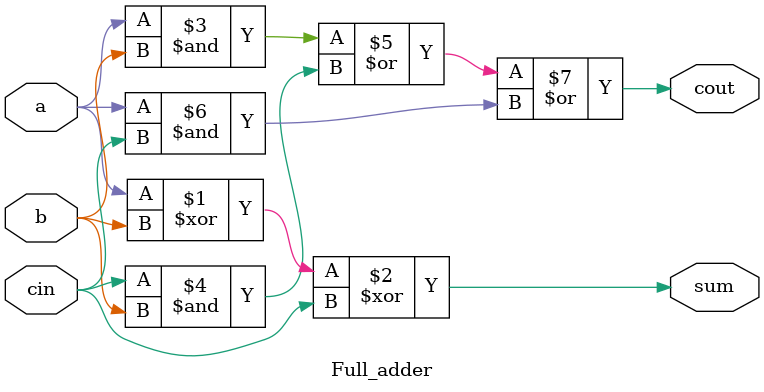
<source format=v>
module Full_adder (a,b,cin,sum,cout);
    input a,b,cin;
    output sum,cout;
    assign sum= a ^ b ^ cin;
    assign cout= (a & b)| (cin & b)| (a & cin);
endmodule
</source>
